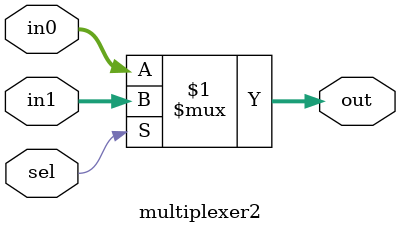
<source format=v>
module multiplexer2(in0, in1, sel, out);
	parameter size=32;
	input [size-1:0]in0;
	input [size-1:0]in1;
	input sel;
	output [size-1:0]out;

	assign out = (sel) ? in1 : in0; //if sel==0, then in0

endmodule
</source>
